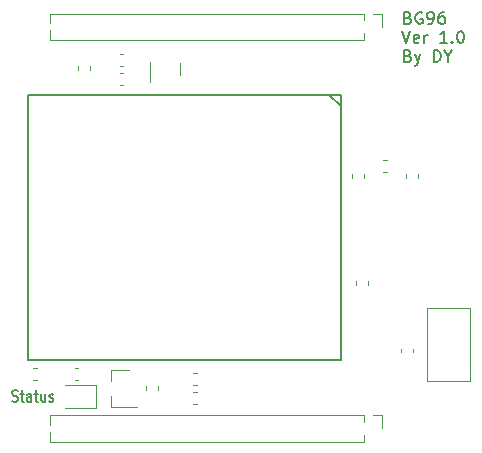
<source format=gbr>
G04 #@! TF.GenerationSoftware,KiCad,Pcbnew,5.99.0-unknown-df3fabf~86~ubuntu18.04.1*
G04 #@! TF.CreationDate,2019-10-31T14:00:15-04:00*
G04 #@! TF.ProjectId,bg96_module_board,62673936-5f6d-46f6-9475-6c655f626f61,rev?*
G04 #@! TF.SameCoordinates,Original*
G04 #@! TF.FileFunction,Legend,Top*
G04 #@! TF.FilePolarity,Positive*
%FSLAX46Y46*%
G04 Gerber Fmt 4.6, Leading zero omitted, Abs format (unit mm)*
G04 Created by KiCad (PCBNEW 5.99.0-unknown-df3fabf~86~ubuntu18.04.1) date 2019-10-31 14:00:15*
%MOMM*%
%LPD*%
G04 APERTURE LIST*
%ADD10C,0.150000*%
%ADD11C,0.120000*%
%ADD12C,0.100000*%
G04 APERTURE END LIST*
D10*
X163968928Y-82218571D02*
X164111785Y-82266190D01*
X164159404Y-82313809D01*
X164207023Y-82409047D01*
X164207023Y-82551904D01*
X164159404Y-82647142D01*
X164111785Y-82694761D01*
X164016547Y-82742380D01*
X163635595Y-82742380D01*
X163635595Y-81742380D01*
X163968928Y-81742380D01*
X164064166Y-81790000D01*
X164111785Y-81837619D01*
X164159404Y-81932857D01*
X164159404Y-82028095D01*
X164111785Y-82123333D01*
X164064166Y-82170952D01*
X163968928Y-82218571D01*
X163635595Y-82218571D01*
X165159404Y-81790000D02*
X165064166Y-81742380D01*
X164921309Y-81742380D01*
X164778452Y-81790000D01*
X164683214Y-81885238D01*
X164635595Y-81980476D01*
X164587976Y-82170952D01*
X164587976Y-82313809D01*
X164635595Y-82504285D01*
X164683214Y-82599523D01*
X164778452Y-82694761D01*
X164921309Y-82742380D01*
X165016547Y-82742380D01*
X165159404Y-82694761D01*
X165207023Y-82647142D01*
X165207023Y-82313809D01*
X165016547Y-82313809D01*
X165683214Y-82742380D02*
X165873690Y-82742380D01*
X165968928Y-82694761D01*
X166016547Y-82647142D01*
X166111785Y-82504285D01*
X166159404Y-82313809D01*
X166159404Y-81932857D01*
X166111785Y-81837619D01*
X166064166Y-81790000D01*
X165968928Y-81742380D01*
X165778452Y-81742380D01*
X165683214Y-81790000D01*
X165635595Y-81837619D01*
X165587976Y-81932857D01*
X165587976Y-82170952D01*
X165635595Y-82266190D01*
X165683214Y-82313809D01*
X165778452Y-82361428D01*
X165968928Y-82361428D01*
X166064166Y-82313809D01*
X166111785Y-82266190D01*
X166159404Y-82170952D01*
X167016547Y-81742380D02*
X166826071Y-81742380D01*
X166730833Y-81790000D01*
X166683214Y-81837619D01*
X166587976Y-81980476D01*
X166540357Y-82170952D01*
X166540357Y-82551904D01*
X166587976Y-82647142D01*
X166635595Y-82694761D01*
X166730833Y-82742380D01*
X166921309Y-82742380D01*
X167016547Y-82694761D01*
X167064166Y-82647142D01*
X167111785Y-82551904D01*
X167111785Y-82313809D01*
X167064166Y-82218571D01*
X167016547Y-82170952D01*
X166921309Y-82123333D01*
X166730833Y-82123333D01*
X166635595Y-82170952D01*
X166587976Y-82218571D01*
X166540357Y-82313809D01*
X163492738Y-83352380D02*
X163826071Y-84352380D01*
X164159404Y-83352380D01*
X164873690Y-84304761D02*
X164778452Y-84352380D01*
X164587976Y-84352380D01*
X164492738Y-84304761D01*
X164445119Y-84209523D01*
X164445119Y-83828571D01*
X164492738Y-83733333D01*
X164587976Y-83685714D01*
X164778452Y-83685714D01*
X164873690Y-83733333D01*
X164921309Y-83828571D01*
X164921309Y-83923809D01*
X164445119Y-84019047D01*
X165349880Y-84352380D02*
X165349880Y-83685714D01*
X165349880Y-83876190D02*
X165397500Y-83780952D01*
X165445119Y-83733333D01*
X165540357Y-83685714D01*
X165635595Y-83685714D01*
X167254642Y-84352380D02*
X166683214Y-84352380D01*
X166968928Y-84352380D02*
X166968928Y-83352380D01*
X166873690Y-83495238D01*
X166778452Y-83590476D01*
X166683214Y-83638095D01*
X167683214Y-84257142D02*
X167730833Y-84304761D01*
X167683214Y-84352380D01*
X167635595Y-84304761D01*
X167683214Y-84257142D01*
X167683214Y-84352380D01*
X168349880Y-83352380D02*
X168445119Y-83352380D01*
X168540357Y-83400000D01*
X168587976Y-83447619D01*
X168635595Y-83542857D01*
X168683214Y-83733333D01*
X168683214Y-83971428D01*
X168635595Y-84161904D01*
X168587976Y-84257142D01*
X168540357Y-84304761D01*
X168445119Y-84352380D01*
X168349880Y-84352380D01*
X168254642Y-84304761D01*
X168207023Y-84257142D01*
X168159404Y-84161904D01*
X168111785Y-83971428D01*
X168111785Y-83733333D01*
X168159404Y-83542857D01*
X168207023Y-83447619D01*
X168254642Y-83400000D01*
X168349880Y-83352380D01*
X163968928Y-85438571D02*
X164111785Y-85486190D01*
X164159404Y-85533809D01*
X164207023Y-85629047D01*
X164207023Y-85771904D01*
X164159404Y-85867142D01*
X164111785Y-85914761D01*
X164016547Y-85962380D01*
X163635595Y-85962380D01*
X163635595Y-84962380D01*
X163968928Y-84962380D01*
X164064166Y-85010000D01*
X164111785Y-85057619D01*
X164159404Y-85152857D01*
X164159404Y-85248095D01*
X164111785Y-85343333D01*
X164064166Y-85390952D01*
X163968928Y-85438571D01*
X163635595Y-85438571D01*
X164540357Y-85295714D02*
X164778452Y-85962380D01*
X165016547Y-85295714D02*
X164778452Y-85962380D01*
X164683214Y-86200476D01*
X164635595Y-86248095D01*
X164540357Y-86295714D01*
X166159404Y-85962380D02*
X166159404Y-84962380D01*
X166397500Y-84962380D01*
X166540357Y-85010000D01*
X166635595Y-85105238D01*
X166683214Y-85200476D01*
X166730833Y-85390952D01*
X166730833Y-85533809D01*
X166683214Y-85724285D01*
X166635595Y-85819523D01*
X166540357Y-85914761D01*
X166397500Y-85962380D01*
X166159404Y-85962380D01*
X167349880Y-85486190D02*
X167349880Y-85962380D01*
X167016547Y-84962380D02*
X167349880Y-85486190D01*
X167683214Y-84962380D01*
X130466666Y-114704761D02*
X130580952Y-114752380D01*
X130771428Y-114752380D01*
X130847619Y-114704761D01*
X130885714Y-114657142D01*
X130923809Y-114561904D01*
X130923809Y-114466666D01*
X130885714Y-114371428D01*
X130847619Y-114323809D01*
X130771428Y-114276190D01*
X130619047Y-114228571D01*
X130542857Y-114180952D01*
X130504761Y-114133333D01*
X130466666Y-114038095D01*
X130466666Y-113942857D01*
X130504761Y-113847619D01*
X130542857Y-113800000D01*
X130619047Y-113752380D01*
X130809523Y-113752380D01*
X130923809Y-113800000D01*
X131152380Y-114085714D02*
X131457142Y-114085714D01*
X131266666Y-113752380D02*
X131266666Y-114609523D01*
X131304761Y-114704761D01*
X131380952Y-114752380D01*
X131457142Y-114752380D01*
X132066666Y-114752380D02*
X132066666Y-114228571D01*
X132028571Y-114133333D01*
X131952380Y-114085714D01*
X131800000Y-114085714D01*
X131723809Y-114133333D01*
X132066666Y-114704761D02*
X131990476Y-114752380D01*
X131800000Y-114752380D01*
X131723809Y-114704761D01*
X131685714Y-114609523D01*
X131685714Y-114514285D01*
X131723809Y-114419047D01*
X131800000Y-114371428D01*
X131990476Y-114371428D01*
X132066666Y-114323809D01*
X132333333Y-114085714D02*
X132638095Y-114085714D01*
X132447619Y-113752380D02*
X132447619Y-114609523D01*
X132485714Y-114704761D01*
X132561904Y-114752380D01*
X132638095Y-114752380D01*
X133247619Y-114085714D02*
X133247619Y-114752380D01*
X132904761Y-114085714D02*
X132904761Y-114609523D01*
X132942857Y-114704761D01*
X133019047Y-114752380D01*
X133133333Y-114752380D01*
X133209523Y-114704761D01*
X133247619Y-114657142D01*
X133590476Y-114704761D02*
X133666666Y-114752380D01*
X133819047Y-114752380D01*
X133895238Y-114704761D01*
X133933333Y-114609523D01*
X133933333Y-114561904D01*
X133895238Y-114466666D01*
X133819047Y-114419047D01*
X133704761Y-114419047D01*
X133628571Y-114371428D01*
X133590476Y-114276190D01*
X133590476Y-114228571D01*
X133628571Y-114133333D01*
X133704761Y-114085714D01*
X133819047Y-114085714D01*
X133895238Y-114133333D01*
D11*
X160610000Y-104537221D02*
X160610000Y-104862779D01*
X159590000Y-104537221D02*
X159590000Y-104862779D01*
D10*
X131750000Y-88750000D02*
X131750000Y-111250000D01*
X131750000Y-111250000D02*
X158250000Y-111250000D01*
X158250000Y-111250000D02*
X158250000Y-88750000D01*
X158250000Y-88750000D02*
X131750000Y-88750000D01*
X158250000Y-89700000D02*
X157300000Y-88750000D01*
D11*
X142100000Y-86000000D02*
X142100000Y-87690000D01*
D12*
X144700000Y-86100000D02*
X144700000Y-87100000D01*
D11*
X165590000Y-112960000D02*
X165590000Y-106840000D01*
X165590000Y-106840000D02*
X169210000Y-106840000D01*
X169210000Y-106840000D02*
X169210000Y-112960000D01*
X169210000Y-112960000D02*
X165590000Y-112960000D01*
X141790000Y-113762779D02*
X141790000Y-113437221D01*
X142810000Y-113762779D02*
X142810000Y-113437221D01*
X132237221Y-111890000D02*
X132562779Y-111890000D01*
X132237221Y-112910000D02*
X132562779Y-112910000D01*
X145737221Y-112290000D02*
X146062779Y-112290000D01*
X145737221Y-113310000D02*
X146062779Y-113310000D01*
X146075279Y-114910000D02*
X145749721Y-114910000D01*
X146075279Y-113890000D02*
X145749721Y-113890000D01*
X137010000Y-86337221D02*
X137010000Y-86662779D01*
X135990000Y-86337221D02*
X135990000Y-86662779D01*
X162162779Y-95310000D02*
X161837221Y-95310000D01*
X162162779Y-94290000D02*
X161837221Y-94290000D01*
X138840000Y-112020000D02*
X138840000Y-112950000D01*
X138840000Y-115180000D02*
X138840000Y-114250000D01*
X138840000Y-115180000D02*
X141000000Y-115180000D01*
X138840000Y-112020000D02*
X140300000Y-112020000D01*
X133635000Y-115890000D02*
X133635000Y-116692470D01*
X133635000Y-117307530D02*
X133635000Y-118110000D01*
X160240000Y-115890000D02*
X133635000Y-115890000D01*
X160240000Y-118110000D02*
X133635000Y-118110000D01*
X160240000Y-115890000D02*
X160240000Y-116436529D01*
X160240000Y-117563471D02*
X160240000Y-118110000D01*
X161000000Y-115890000D02*
X161760000Y-115890000D01*
X161760000Y-115890000D02*
X161760000Y-117000000D01*
X133635000Y-81890000D02*
X133635000Y-82692470D01*
X133635000Y-83307530D02*
X133635000Y-84110000D01*
X160240000Y-81890000D02*
X133635000Y-81890000D01*
X160240000Y-84110000D02*
X133635000Y-84110000D01*
X160240000Y-81890000D02*
X160240000Y-82436529D01*
X160240000Y-83563471D02*
X160240000Y-84110000D01*
X161000000Y-81890000D02*
X161760000Y-81890000D01*
X161760000Y-81890000D02*
X161760000Y-83000000D01*
X134900000Y-115260000D02*
X137585000Y-115260000D01*
X137585000Y-115260000D02*
X137585000Y-113340000D01*
X137585000Y-113340000D02*
X134900000Y-113340000D01*
X135737221Y-111890000D02*
X136062779Y-111890000D01*
X135737221Y-112910000D02*
X136062779Y-112910000D01*
X139537221Y-85290000D02*
X139862779Y-85290000D01*
X139537221Y-86310000D02*
X139862779Y-86310000D01*
X139537221Y-86890000D02*
X139862779Y-86890000D01*
X139537221Y-87910000D02*
X139862779Y-87910000D01*
X164810000Y-95437221D02*
X164810000Y-95762779D01*
X163790000Y-95437221D02*
X163790000Y-95762779D01*
X160210000Y-95437221D02*
X160210000Y-95762779D01*
X159190000Y-95437221D02*
X159190000Y-95762779D01*
X164410000Y-110237221D02*
X164410000Y-110562779D01*
X163390000Y-110237221D02*
X163390000Y-110562779D01*
M02*

</source>
